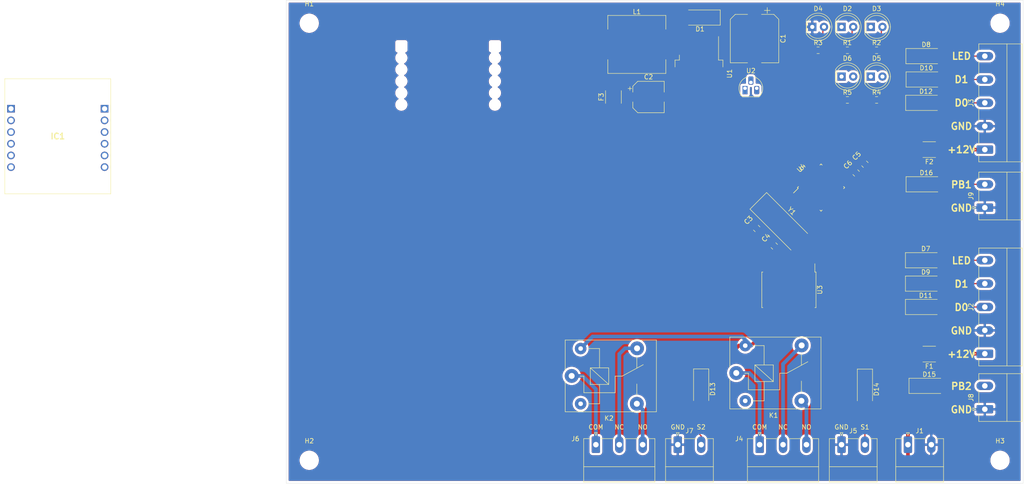
<source format=kicad_pcb>
(kicad_pcb (version 20171130) (host pcbnew "(5.1.10)-1")
  (layers (0 F.Cu signal) (31 B.Cu signal) (34 B.Paste user) (35 F.Paste user) (36 B.SilkS user) (37 F.SilkS user) (38 B.Mask user) (39 F.Mask user) (44 Edge.Cuts user))
  (net 0 "")
  (net 1 +12V)
  (net 2 GND)
  (net 3 +5V)
  (net 4 "Net-(D1-Pad1)")
  (net 5 "Net-(D2-Pad2)")
  (net 6 "Net-(D3-Pad2)")
  (net 7 "Net-(D4-Pad2)")
  (net 8 /O1)
  (net 9 "Net-(D5-Pad2)")
  (net 10 /O2)
  (net 11 "Net-(D6-Pad2)")
  (net 12 /LED_2)
  (net 13 /LED_1)
  (net 14 /D1_2)
  (net 15 /D1_1)
  (net 16 /D0_2)
  (net 17 /D0_1)
  (net 18 /S2)
  (net 19 /S1)
  (net 20 /PB2)
  (net 21 /PB1)
  (net 22 "Net-(F1-Pad1)")
  (net 23 "Net-(F2-Pad1)")
  (net 24 "Net-(IC1-PadA1)")
  (net 25 "Net-(IC1-PadA2)")
  (net 26 "Net-(IC1-PadA3)")
  (net 27 "Net-(IC1-PadA4)")
  (net 28 "Net-(IC1-PadA5)")
  (net 29 "Net-(IC1-PadA6)")
  (net 30 "Net-(IC1-PadB1)")
  (net 31 "Net-(IC1-PadB2)")
  (net 32 "Net-(IC1-PadB3)")
  (net 33 "Net-(IC1-PadB4)")
  (net 34 "Net-(IC1-PadB5)")
  (net 35 "Net-(IC1-PadB6)")
  (net 36 /NO_1)
  (net 37 /COM_1)
  (net 38 /NC_1)
  (net 39 /NC_2)
  (net 40 /COM_2)
  (net 41 /NO_2)
  (net 42 /LM35)
  (net 43 /Door1)
  (net 44 /Door2)
  (net 45 "Net-(U3-Pad3)")
  (net 46 "Net-(U3-Pad4)")
  (net 47 "Net-(U3-Pad5)")
  (net 48 "Net-(U3-Pad6)")
  (net 49 "Net-(U3-Pad7)")
  (net 50 "Net-(U3-Pad8)")
  (net 51 "Net-(U3-Pad11)")
  (net 52 "Net-(U3-Pad12)")
  (net 53 "Net-(U3-Pad13)")
  (net 54 "Net-(U3-Pad14)")
  (net 55 "Net-(U3-Pad15)")
  (net 56 "Net-(U3-Pad16)")
  (net 57 "Net-(U2-Pad3)")
  (net 58 /TXD)
  (net 59 /RXD)
  (net 60 /RESET)
  (net 61 /SCL)
  (net 62 /SDA)
  (net 63 "Net-(U4-Pad22)")
  (net 64 /LED_IN)
  (net 65 /LED_ACT)
  (net 66 "Net-(U4-Pad15)")
  (net 67 "Net-(U4-Pad14)")
  (net 68 /XTAL2)
  (net 69 /XTAL1)
  (net 70 "Net-(F3-Pad2)")
  (net 71 "Net-(F3-Pad1)")
  (module Crystal:Crystal_SMD_HC49-SD (layer F.Cu) (at 182.245 93.345 315)
    (fp_text reference Y1 (at 0 -3.55 135) (layer F.SilkS))
    (fp_text value Crystal)
    (pad 2 smd rect (at 4.25 0 315) (size 4.5 2) (layers F.Cu F.Paste F.Mask) (net 68 /XTAL2))
    (pad 1 smd rect (at -4.25 0 315) (size 4.5 2) (layers F.Cu F.Paste F.Mask) (net 69 /XTAL1))
  )
  (module Resistor_SMD:R_1812_4532Metric_Pad1.30x3.40mm_HandSolder (layer F.Cu) (at 146.05 66.04 90)
    (fp_text reference F3 (at 0 -2.65 90) (layer F.SilkS))
    (fp_text value MF-MSMF250/X)
    (pad 2 smd roundrect (at 2.225 0 90) (size 1.3 3.4) (layers F.Cu F.Paste F.Mask) (roundrect_rratio 0.192308) (net 70 "Net-(F3-Pad2)"))
    (pad 1 smd roundrect (at -2.225 0 90) (size 1.3 3.4) (layers F.Cu F.Paste F.Mask) (roundrect_rratio 0.192308) (net 71 "Net-(F3-Pad1)"))
  )
  (module Capacitor_SMD:C_0805_2012Metric_Pad1.18x1.45mm_HandSolder (layer F.Cu) (at 198.755 82.55 315)
    (fp_text reference C6 (at -2.54 0 225) (layer F.SilkS))
    (fp_text value 100nF)
    (pad 2 smd roundrect (at 1.0375 0 315) (size 1.175 1.45) (layers F.Cu F.Paste F.Mask) (roundrect_rratio 0.212766) (net 2 GND))
    (pad 1 smd roundrect (at -1.0375 0 315) (size 1.175 1.45) (layers F.Cu F.Paste F.Mask) (roundrect_rratio 0.212766) (net 3 +5V))
  )
  (module Capacitor_SMD:C_0805_2012Metric_Pad1.18x1.45mm_HandSolder (layer F.Cu) (at 200.66 80.645 315)
    (fp_text reference C5 (at -2.54 0 225) (layer F.SilkS))
    (fp_text value 10uF)
    (pad 2 smd roundrect (at 1.0375 0 315) (size 1.175 1.45) (layers F.Cu F.Paste F.Mask) (roundrect_rratio 0.212766) (net 2 GND))
    (pad 1 smd roundrect (at -1.0375 0 315) (size 1.175 1.45) (layers F.Cu F.Paste F.Mask) (roundrect_rratio 0.212766) (net 3 +5V))
  )
  (module Capacitor_SMD:C_0805_2012Metric_Pad1.18x1.45mm_HandSolder (layer F.Cu) (at 180.975 98.425 135)
    (fp_text reference C4 (at 2.54 0 225) (layer F.SilkS))
    (fp_text value 100nF)
    (pad 2 smd roundrect (at 1.0375 0 135) (size 1.175 1.45) (layers F.Cu F.Paste F.Mask) (roundrect_rratio 0.212766) (net 2 GND))
    (pad 1 smd roundrect (at -1.0375 0 135) (size 1.175 1.45) (layers F.Cu F.Paste F.Mask) (roundrect_rratio 0.212766) (net 68 /XTAL2))
  )
  (module Capacitor_SMD:C_0805_2012Metric_Pad1.18x1.45mm_HandSolder (layer F.Cu) (at 177.165 94.615 315)
    (fp_text reference C3 (at -2.54 0 225) (layer F.SilkS))
    (fp_text value 22pF)
    (pad 2 smd roundrect (at 1.0375 0 315) (size 1.175 1.45) (layers F.Cu F.Paste F.Mask) (roundrect_rratio 0.212766) (net 2 GND))
    (pad 1 smd roundrect (at -1.0375 0 315) (size 1.175 1.45) (layers F.Cu F.Paste F.Mask) (roundrect_rratio 0.212766) (net 69 /XTAL1))
  )
  (module Package_QFP:TQFP-32_7x7mm_P0.8mm (layer F.Cu) (at 191.135 85.725 45)
    (fp_text reference U4 (at 0 -6.05 45) (layer F.SilkS))
    (fp_text value ATmega328P-AU)
    (pad 32 smd rect (at -2.8 -4.25 135) (size 1.6 0.55) (layers F.Cu F.Paste F.Mask) (net 17 /D0_1))
    (pad 31 smd rect (at -2 -4.25 135) (size 1.6 0.55) (layers F.Cu F.Paste F.Mask) (net 58 /TXD))
    (pad 30 smd rect (at -1.2 -4.25 135) (size 1.6 0.55) (layers F.Cu F.Paste F.Mask) (net 59 /RXD))
    (pad 29 smd rect (at -0.4 -4.25 135) (size 1.6 0.55) (layers F.Cu F.Paste F.Mask) (net 60 /RESET))
    (pad 28 smd rect (at 0.4 -4.25 135) (size 1.6 0.55) (layers F.Cu F.Paste F.Mask) (net 61 /SCL))
    (pad 27 smd rect (at 1.2 -4.25 135) (size 1.6 0.55) (layers F.Cu F.Paste F.Mask) (net 62 /SDA))
    (pad 26 smd rect (at 2 -4.25 135) (size 1.6 0.55) (layers F.Cu F.Paste F.Mask) (net 18 /S2))
    (pad 25 smd rect (at 2.8 -4.25 135) (size 1.6 0.55) (layers F.Cu F.Paste F.Mask) (net 44 /Door2))
    (pad 24 smd rect (at 4.25 -2.8 45) (size 1.6 0.55) (layers F.Cu F.Paste F.Mask) (net 19 /S1))
    (pad 23 smd rect (at 4.25 -2 45) (size 1.6 0.55) (layers F.Cu F.Paste F.Mask) (net 43 /Door1))
    (pad 22 smd rect (at 4.25 -1.2 45) (size 1.6 0.55) (layers F.Cu F.Paste F.Mask) (net 63 "Net-(U4-Pad22)"))
    (pad 21 smd rect (at 4.25 -0.4 45) (size 1.6 0.55) (layers F.Cu F.Paste F.Mask) (net 2 GND))
    (pad 20 smd rect (at 4.25 0.4 45) (size 1.6 0.55) (layers F.Cu F.Paste F.Mask) (net 3 +5V))
    (pad 19 smd rect (at 4.25 1.2 45) (size 1.6 0.55) (layers F.Cu F.Paste F.Mask) (net 42 /LM35))
    (pad 18 smd rect (at 4.25 2 45) (size 1.6 0.55) (layers F.Cu F.Paste F.Mask) (net 3 +5V))
    (pad 17 smd rect (at 4.25 2.8 45) (size 1.6 0.55) (layers F.Cu F.Paste F.Mask) (net 64 /LED_IN))
    (pad 16 smd rect (at 2.8 4.25 135) (size 1.6 0.55) (layers F.Cu F.Paste F.Mask) (net 65 /LED_ACT))
    (pad 15 smd rect (at 2 4.25 135) (size 1.6 0.55) (layers F.Cu F.Paste F.Mask) (net 66 "Net-(U4-Pad15)"))
    (pad 14 smd rect (at 1.2 4.25 135) (size 1.6 0.55) (layers F.Cu F.Paste F.Mask) (net 67 "Net-(U4-Pad14)"))
    (pad 13 smd rect (at 0.4 4.25 135) (size 1.6 0.55) (layers F.Cu F.Paste F.Mask) (net 12 /LED_2))
    (pad 12 smd rect (at -0.4 4.25 135) (size 1.6 0.55) (layers F.Cu F.Paste F.Mask) (net 13 /LED_1))
    (pad 11 smd rect (at -1.2 4.25 135) (size 1.6 0.55) (layers F.Cu F.Paste F.Mask) (net 20 /PB2))
    (pad 10 smd rect (at -2 4.25 135) (size 1.6 0.55) (layers F.Cu F.Paste F.Mask) (net 21 /PB1))
    (pad 9 smd rect (at -2.8 4.25 135) (size 1.6 0.55) (layers F.Cu F.Paste F.Mask) (net 14 /D1_2))
    (pad 8 smd rect (at -4.25 2.8 45) (size 1.6 0.55) (layers F.Cu F.Paste F.Mask) (net 68 /XTAL2))
    (pad 7 smd rect (at -4.25 2 45) (size 1.6 0.55) (layers F.Cu F.Paste F.Mask) (net 69 /XTAL1))
    (pad 6 smd rect (at -4.25 1.2 45) (size 1.6 0.55) (layers F.Cu F.Paste F.Mask) (net 3 +5V))
    (pad 5 smd rect (at -4.25 0.4 45) (size 1.6 0.55) (layers F.Cu F.Paste F.Mask) (net 2 GND))
    (pad 4 smd rect (at -4.25 -0.4 45) (size 1.6 0.55) (layers F.Cu F.Paste F.Mask) (net 3 +5V))
    (pad 3 smd rect (at -4.25 -1.2 45) (size 1.6 0.55) (layers F.Cu F.Paste F.Mask) (net 2 GND))
    (pad 2 smd rect (at -4.25 -2 45) (size 1.6 0.55) (layers F.Cu F.Paste F.Mask) (net 16 /D0_2))
    (pad 1 smd rect (at -4.25 -2.8 45) (size 1.6 0.55) (layers F.Cu F.Paste F.Mask) (net 15 /D1_1))
  )
  (module Diode_SMD:D_SMA_Handsoldering (layer F.Cu) (at 164.846 48.768 180)
    (fp_text reference D1 (at 0 -2.5) (layer F.SilkS))
    (fp_text value SS34)
    (pad 2 smd rect (at 2.5 0 180) (size 3.5 1.8) (layers F.Cu F.Paste F.Mask) (net 2 GND))
    (pad 1 smd rect (at -2.5 0 180) (size 3.5 1.8) (layers F.Cu F.Paste F.Mask) (net 4 "Net-(D1-Pad1)"))
  )
  (module MountingHole:MountingHole_3.2mm_M3 (layer F.Cu) (at 230 50)
    (fp_text reference H4 (at 0 -4.2) (layer F.SilkS))
    (fp_text value MountingHole)
    (pad 1 np_thru_hole circle (at 0 0) (size 3.2 3.2) (drill 3.2) (layers *.Cu *.Mask))
  )
  (module MountingHole:MountingHole_3.2mm_M3 (layer F.Cu) (at 230 145)
    (fp_text reference H3 (at 0 -4.2) (layer F.SilkS))
    (fp_text value MountingHole)
    (pad 1 np_thru_hole circle (at 0 0) (size 3.2 3.2) (drill 3.2) (layers *.Cu *.Mask))
  )
  (module MountingHole:MountingHole_3.2mm_M3 (layer F.Cu) (at 80 145)
    (fp_text reference H2 (at 0 -4.2) (layer F.SilkS))
    (fp_text value MountingHole)
    (pad 1 np_thru_hole circle (at 0 0) (size 3.2 3.2) (drill 3.2) (layers *.Cu *.Mask))
  )
  (module MountingHole:MountingHole_3.2mm_M3 (layer F.Cu) (at 80 50)
    (fp_text reference H1 (at 0 -4.2) (layer F.SilkS))
    (fp_text value MountingHole)
    (pad 1 np_thru_hole circle (at 0 0) (size 3.2 3.2) (drill 3.2) (layers *.Cu *.Mask))
  )
  (module Capacitor_SMD:CP_Elec_10x10 (layer F.Cu) (at 176.69 53.34 270)
    (fp_text reference C1 (at 0 -6.2 90) (layer F.SilkS))
    (fp_text value 470uF/25V)
    (pad 2 smd roundrect (at 4 0 270) (size 4 2.5) (layers F.Cu F.Paste F.Mask) (roundrect_rratio 0.1) (net 2 GND))
    (pad 1 smd roundrect (at -4 0 270) (size 4 2.5) (layers F.Cu F.Paste F.Mask) (roundrect_rratio 0.1) (net 1 +12V))
  )
  (module Capacitor_SMD:CP_Elec_6.3x7.7 (layer F.Cu) (at 153.67 66.04)
    (fp_text reference C2 (at 0 -4.35) (layer F.SilkS))
    (fp_text value 220uF/15V)
    (pad 2 smd roundrect (at 2.7 0) (size 3.5 1.6) (layers F.Cu F.Paste F.Mask) (roundrect_rratio 0.15625) (net 2 GND))
    (pad 1 smd roundrect (at -2.7 0) (size 3.5 1.6) (layers F.Cu F.Paste F.Mask) (roundrect_rratio 0.15625) (net 3 +5V))
  )
  (module LED_THT:LED_D5.0mm (layer F.Cu) (at 195.58 50.8)
    (fp_text reference D2 (at 1.27 -3.96) (layer F.SilkS))
    (fp_text value LED_Activity)
    (pad 2 thru_hole circle (at 2.54 0) (size 1.8 1.8) (drill 0.9) (layers *.Cu *.Mask) (net 5 "Net-(D2-Pad2)"))
    (pad 1 thru_hole rect (at 0 0) (size 1.8 1.8) (drill 0.9) (layers *.Cu *.Mask) (net 65 /LED_ACT))
  )
  (module LED_THT:LED_D5.0mm (layer F.Cu) (at 201.93 50.8)
    (fp_text reference D3 (at 1.27 -3.96) (layer F.SilkS))
    (fp_text value LED_Input)
    (pad 2 thru_hole circle (at 2.54 0) (size 1.8 1.8) (drill 0.9) (layers *.Cu *.Mask) (net 6 "Net-(D3-Pad2)"))
    (pad 1 thru_hole rect (at 0 0) (size 1.8 1.8) (drill 0.9) (layers *.Cu *.Mask) (net 64 /LED_IN))
  )
  (module LED_THT:LED_D5.0mm (layer F.Cu) (at 189.23 50.8)
    (fp_text reference D4 (at 1.27 -3.96) (layer F.SilkS))
    (fp_text value LED_Power)
    (pad 2 thru_hole circle (at 2.54 0) (size 1.8 1.8) (drill 0.9) (layers *.Cu *.Mask) (net 7 "Net-(D4-Pad2)"))
    (pad 1 thru_hole rect (at 0 0) (size 1.8 1.8) (drill 0.9) (layers *.Cu *.Mask) (net 2 GND))
  )
  (module LED_THT:LED_D5.0mm (layer F.Cu) (at 201.93 61.595)
    (fp_text reference D5 (at 1.27 -3.96) (layer F.SilkS))
    (fp_text value LED_Door1)
    (pad 2 thru_hole circle (at 2.54 0) (size 1.8 1.8) (drill 0.9) (layers *.Cu *.Mask) (net 9 "Net-(D5-Pad2)"))
    (pad 1 thru_hole rect (at 0 0) (size 1.8 1.8) (drill 0.9) (layers *.Cu *.Mask) (net 19 /S1))
  )
  (module LED_THT:LED_D5.0mm (layer F.Cu) (at 195.58 61.595)
    (fp_text reference D6 (at 1.27 -3.96) (layer F.SilkS))
    (fp_text value LED_Door2)
    (pad 2 thru_hole circle (at 2.54 0) (size 1.8 1.8) (drill 0.9) (layers *.Cu *.Mask) (net 11 "Net-(D6-Pad2)"))
    (pad 1 thru_hole rect (at 0 0) (size 1.8 1.8) (drill 0.9) (layers *.Cu *.Mask) (net 18 /S2))
  )
  (module Diode_SMD:D_SMA_Handsoldering (layer F.Cu) (at 213.861 101.52)
    (fp_text reference D7 (at 0 -2.5) (layer F.SilkS))
    (fp_text value D_TVS)
    (pad 2 smd rect (at 2.5 0) (size 3.5 1.8) (layers F.Cu F.Paste F.Mask) (net 2 GND))
    (pad 1 smd rect (at -2.5 0) (size 3.5 1.8) (layers F.Cu F.Paste F.Mask) (net 12 /LED_2))
  )
  (module Diode_SMD:D_SMA_Handsoldering (layer F.Cu) (at 213.955 57.15)
    (fp_text reference D8 (at 0 -2.5) (layer F.SilkS))
    (fp_text value D_TVS)
    (pad 2 smd rect (at 2.5 0) (size 3.5 1.8) (layers F.Cu F.Paste F.Mask) (net 2 GND))
    (pad 1 smd rect (at -2.5 0) (size 3.5 1.8) (layers F.Cu F.Paste F.Mask) (net 13 /LED_1))
  )
  (module Diode_SMD:D_SMA_Handsoldering (layer F.Cu) (at 213.861 106.6)
    (fp_text reference D9 (at 0 -2.5) (layer F.SilkS))
    (fp_text value D_TVS)
    (pad 2 smd rect (at 2.5 0) (size 3.5 1.8) (layers F.Cu F.Paste F.Mask) (net 2 GND))
    (pad 1 smd rect (at -2.5 0) (size 3.5 1.8) (layers F.Cu F.Paste F.Mask) (net 14 /D1_2))
  )
  (module Diode_SMD:D_SMA_Handsoldering (layer F.Cu) (at 213.995 62.23)
    (fp_text reference D10 (at 0 -2.5) (layer F.SilkS))
    (fp_text value D_TVS)
    (pad 2 smd rect (at 2.5 0) (size 3.5 1.8) (layers F.Cu F.Paste F.Mask) (net 2 GND))
    (pad 1 smd rect (at -2.5 0) (size 3.5 1.8) (layers F.Cu F.Paste F.Mask) (net 15 /D1_1))
  )
  (module Diode_SMD:D_SMA_Handsoldering (layer F.Cu) (at 213.861 111.68)
    (fp_text reference D11 (at 0 -2.5) (layer F.SilkS))
    (fp_text value D_TVS)
    (pad 2 smd rect (at 2.5 0) (size 3.5 1.8) (layers F.Cu F.Paste F.Mask) (net 2 GND))
    (pad 1 smd rect (at -2.5 0) (size 3.5 1.8) (layers F.Cu F.Paste F.Mask) (net 16 /D0_2))
  )
  (module Diode_SMD:D_SMA_Handsoldering (layer F.Cu) (at 213.908 67.31)
    (fp_text reference D12 (at 0 -2.5) (layer F.SilkS))
    (fp_text value D_TVS)
    (pad 2 smd rect (at 2.5 0) (size 3.5 1.8) (layers F.Cu F.Paste F.Mask) (net 2 GND))
    (pad 1 smd rect (at -2.5 0) (size 3.5 1.8) (layers F.Cu F.Paste F.Mask) (net 17 /D0_1))
  )
  (module Diode_SMD:D_SMA_Handsoldering (layer F.Cu) (at 165.1 129.54 270)
    (fp_text reference D13 (at 0 -2.5 90) (layer F.SilkS))
    (fp_text value D_TVS)
    (pad 2 smd rect (at 2.5 0 270) (size 3.5 1.8) (layers F.Cu F.Paste F.Mask) (net 2 GND))
    (pad 1 smd rect (at -2.5 0 270) (size 3.5 1.8) (layers F.Cu F.Paste F.Mask) (net 18 /S2))
  )
  (module Diode_SMD:D_SMA_Handsoldering (layer F.Cu) (at 200.66 129.58 270)
    (fp_text reference D14 (at 0 -2.5 90) (layer F.SilkS))
    (fp_text value D_TVS)
    (pad 2 smd rect (at 2.5 0 270) (size 3.5 1.8) (layers F.Cu F.Paste F.Mask) (net 2 GND))
    (pad 1 smd rect (at -2.5 0 270) (size 3.5 1.8) (layers F.Cu F.Paste F.Mask) (net 19 /S1))
  )
  (module Diode_SMD:D_SMA_Handsoldering (layer F.Cu) (at 214.63 128.825)
    (fp_text reference D15 (at 0 -2.5) (layer F.SilkS))
    (fp_text value D_TVS)
    (pad 2 smd rect (at 2.5 0) (size 3.5 1.8) (layers F.Cu F.Paste F.Mask) (net 2 GND))
    (pad 1 smd rect (at -2.5 0) (size 3.5 1.8) (layers F.Cu F.Paste F.Mask) (net 20 /PB2))
  )
  (module Diode_SMD:D_SMA_Handsoldering (layer F.Cu) (at 213.995 85.01)
    (fp_text reference D16 (at 0 -2.5) (layer F.SilkS))
    (fp_text value D_TVS)
    (pad 2 smd rect (at 2.5 0) (size 3.5 1.8) (layers F.Cu F.Paste F.Mask) (net 2 GND))
    (pad 1 smd rect (at -2.5 0) (size 3.5 1.8) (layers F.Cu F.Paste F.Mask) (net 21 /PB1))
  )
  (module Resistor_SMD:R_1812_4532Metric_Pad1.30x3.40mm_HandSolder (layer F.Cu) (at 214.63 121.92 180)
    (fp_text reference F1 (at 0 -2.65) (layer F.SilkS))
    (fp_text value Polyfuse)
    (pad 2 smd roundrect (at 2.225 0 180) (size 1.3 3.4) (layers F.Cu F.Paste F.Mask) (roundrect_rratio 0.192308) (net 1 +12V))
    (pad 1 smd roundrect (at -2.225 0 180) (size 1.3 3.4) (layers F.Cu F.Paste F.Mask) (roundrect_rratio 0.192308) (net 22 "Net-(F1-Pad1)"))
  )
  (module Resistor_SMD:R_1812_4532Metric_Pad1.30x3.40mm_HandSolder (layer F.Cu) (at 214.63 77.47 180)
    (fp_text reference F2 (at 0 -2.65) (layer F.SilkS))
    (fp_text value Polyfuse)
    (pad 2 smd roundrect (at 2.225 0 180) (size 1.3 3.4) (layers F.Cu F.Paste F.Mask) (roundrect_rratio 0.192308) (net 1 +12V))
    (pad 1 smd roundrect (at -2.225 0 180) (size 1.3 3.4) (layers F.Cu F.Paste F.Mask) (roundrect_rratio 0.192308) (net 23 "Net-(F2-Pad1)"))
  )
  (module user-libraries:USRES1 (layer F.Cu) (at 15.24 68.58)
    (fp_text reference IC1 (at 10.16 6) (layer F.SilkS) (effects (font (size 1.27 1.27) (thickness 0.254))))
    (fp_text value USR-ES1 hide)
    (pad B6 thru_hole circle (at 20.32 12.7) (size 1.665 1.665) (drill 1.11) (layers *.Cu *.Mask) (net 35 "Net-(IC1-PadB6)"))
    (pad B5 thru_hole circle (at 20.32 10.16) (size 1.665 1.665) (drill 1.11) (layers *.Cu *.Mask) (net 34 "Net-(IC1-PadB5)"))
    (pad B4 thru_hole circle (at 20.32 7.62) (size 1.665 1.665) (drill 1.11) (layers *.Cu *.Mask) (net 33 "Net-(IC1-PadB4)"))
    (pad B3 thru_hole circle (at 20.32 5.08) (size 1.665 1.665) (drill 1.11) (layers *.Cu *.Mask) (net 32 "Net-(IC1-PadB3)"))
    (pad B2 thru_hole circle (at 20.32 2.54) (size 1.665 1.665) (drill 1.11) (layers *.Cu *.Mask) (net 31 "Net-(IC1-PadB2)"))
    (pad B1 thru_hole rect (at 20.32 0) (size 1.665 1.665) (drill 1.11) (layers *.Cu *.Mask) (net 30 "Net-(IC1-PadB1)"))
    (pad A6 thru_hole circle (at 0 12.7) (size 1.665 1.665) (drill 1.11) (layers *.Cu *.Mask) (net 29 "Net-(IC1-PadA6)"))
    (pad A5 thru_hole circle (at 0 10.16) (size 1.665 1.665) (drill 1.11) (layers *.Cu *.Mask) (net 28 "Net-(IC1-PadA5)"))
    (pad A4 thru_hole circle (at 0 7.62) (size 1.665 1.665) (drill 1.11) (layers *.Cu *.Mask) (net 27 "Net-(IC1-PadA4)"))
    (pad A3 thru_hole circle (at 0 5.08) (size 1.665 1.665) (drill 1.11) (layers *.Cu *.Mask) (net 26 "Net-(IC1-PadA3)"))
    (pad A2 thru_hole circle (at 0 2.54) (size 1.665 1.665) (drill 1.11) (layers *.Cu *.Mask) (net 25 "Net-(IC1-PadA2)"))
    (pad A1 thru_hole rect (at 0 0) (size 1.665 1.665) (drill 1.11) (layers *.Cu *.Mask) (net 24 "Net-(IC1-PadA1)"))
  )
  (module Connector_Phoenix_MC_HighVoltage:PhoenixContact_MC_1,5_2-G-5.08_1x02_P5.08mm_Horizontal (layer F.Cu) (at 210 141.605)
    (fp_text reference J1 (at 2.54 -3) (layer F.SilkS))
    (fp_text value Power)
    (pad 2 thru_hole oval (at 5.08 0) (size 1.8 3.6) (drill 1.2) (layers *.Cu *.Mask) (net 2 GND))
    (pad 1 thru_hole roundrect (at 0 0) (size 1.8 3.6) (drill 1.2) (layers *.Cu *.Mask) (roundrect_rratio 0.138889) (net 1 +12V))
  )
  (module Connector_Phoenix_MC_HighVoltage:PhoenixContact_MC_1,5_5-G-5.08_1x05_P5.08mm_Horizontal (layer F.Cu) (at 226.695 121.84 90)
    (fp_text reference J2 (at 10.16 -3 90) (layer F.SilkS))
    (fp_text value "Reader 2")
    (pad 5 thru_hole oval (at 20.32 0 90) (size 1.8 3.6) (drill 1.2) (layers *.Cu *.Mask) (net 12 /LED_2))
    (pad 4 thru_hole oval (at 15.24 0 90) (size 1.8 3.6) (drill 1.2) (layers *.Cu *.Mask) (net 14 /D1_2))
    (pad 3 thru_hole oval (at 10.16 0 90) (size 1.8 3.6) (drill 1.2) (layers *.Cu *.Mask) (net 16 /D0_2))
    (pad 2 thru_hole oval (at 5.08 0 90) (size 1.8 3.6) (drill 1.2) (layers *.Cu *.Mask) (net 2 GND))
    (pad 1 thru_hole roundrect (at 0 0 90) (size 1.8 3.6) (drill 1.2) (layers *.Cu *.Mask) (roundrect_rratio 0.138889) (net 22 "Net-(F1-Pad1)"))
  )
  (module Connector_Phoenix_MC_HighVoltage:PhoenixContact_MC_1,5_5-G-5.08_1x05_P5.08mm_Horizontal (layer F.Cu) (at 226.695 77.47 90)
    (fp_text reference J3 (at 10.16 -3 90) (layer F.SilkS))
    (fp_text value "Reader 1")
    (pad 5 thru_hole oval (at 20.32 0 90) (size 1.8 3.6) (drill 1.2) (layers *.Cu *.Mask) (net 13 /LED_1))
    (pad 4 thru_hole oval (at 15.24 0 90) (size 1.8 3.6) (drill 1.2) (layers *.Cu *.Mask) (net 15 /D1_1))
    (pad 3 thru_hole oval (at 10.16 0 90) (size 1.8 3.6) (drill 1.2) (layers *.Cu *.Mask) (net 17 /D0_1))
    (pad 2 thru_hole oval (at 5.08 0 90) (size 1.8 3.6) (drill 1.2) (layers *.Cu *.Mask) (net 2 GND))
    (pad 1 thru_hole roundrect (at 0 0 90) (size 1.8 3.6) (drill 1.2) (layers *.Cu *.Mask) (roundrect_rratio 0.138889) (net 23 "Net-(F2-Pad1)"))
  )
  (module Connector_Phoenix_MC_HighVoltage:PhoenixContact_MC_1,5_3-G-5.08_1x03_P5.08mm_Horizontal (layer F.Cu) (at 177.8 141.605)
    (fp_text reference J4 (at -4.445 -1.27) (layer F.SilkS))
    (fp_text value "Relay 1")
    (pad 3 thru_hole oval (at 10.16 0) (size 1.8 3.6) (drill 1.2) (layers *.Cu *.Mask) (net 36 /NO_1))
    (pad 2 thru_hole oval (at 5.08 0) (size 1.8 3.6) (drill 1.2) (layers *.Cu *.Mask) (net 38 /NC_1))
    (pad 1 thru_hole roundrect (at 0 0) (size 1.8 3.6) (drill 1.2) (layers *.Cu *.Mask) (roundrect_rratio 0.138889) (net 37 /COM_1))
  )
  (module Connector_Phoenix_MC_HighVoltage:PhoenixContact_MC_1,5_2-G-5.08_1x02_P5.08mm_Horizontal (layer F.Cu) (at 195.58 141.605)
    (fp_text reference J5 (at 2.54 -3) (layer F.SilkS))
    (fp_text value "Sensor 1")
    (pad 2 thru_hole oval (at 5.08 0) (size 1.8 3.6) (drill 1.2) (layers *.Cu *.Mask) (net 19 /S1))
    (pad 1 thru_hole roundrect (at 0 0) (size 1.8 3.6) (drill 1.2) (layers *.Cu *.Mask) (roundrect_rratio 0.138889) (net 2 GND))
  )
  (module Connector_Phoenix_MC_HighVoltage:PhoenixContact_MC_1,5_3-G-5.08_1x03_P5.08mm_Horizontal (layer F.Cu) (at 142.24 141.605)
    (fp_text reference J6 (at -4.445 -1.27) (layer F.SilkS))
    (fp_text value "Relay 2")
    (pad 3 thru_hole oval (at 10.16 0) (size 1.8 3.6) (drill 1.2) (layers *.Cu *.Mask) (net 41 /NO_2))
    (pad 2 thru_hole oval (at 5.08 0) (size 1.8 3.6) (drill 1.2) (layers *.Cu *.Mask) (net 39 /NC_2))
    (pad 1 thru_hole roundrect (at 0 0) (size 1.8 3.6) (drill 1.2) (layers *.Cu *.Mask) (roundrect_rratio 0.138889) (net 40 /COM_2))
  )
  (module Connector_Phoenix_MC_HighVoltage:PhoenixContact_MC_1,5_2-G-5.08_1x02_P5.08mm_Horizontal (layer F.Cu) (at 160.02 141.605)
    (fp_text reference J7 (at 2.54 -3) (layer F.SilkS))
    (fp_text value "Sensor 2")
    (pad 2 thru_hole oval (at 5.08 0) (size 1.8 3.6) (drill 1.2) (layers *.Cu *.Mask) (net 18 /S2))
    (pad 1 thru_hole roundrect (at 0 0) (size 1.8 3.6) (drill 1.2) (layers *.Cu *.Mask) (roundrect_rratio 0.138889) (net 2 GND))
  )
  (module Connector_Phoenix_MC_HighVoltage:PhoenixContact_MC_1,5_2-G-5.08_1x02_P5.08mm_Horizontal (layer F.Cu) (at 226.695 133.905 90)
    (fp_text reference J8 (at 2.54 -3 90) (layer F.SilkS))
    (fp_text value PB2)
    (pad 2 thru_hole oval (at 5.08 0 90) (size 1.8 3.6) (drill 1.2) (layers *.Cu *.Mask) (net 20 /PB2))
    (pad 1 thru_hole roundrect (at 0 0 90) (size 1.8 3.6) (drill 1.2) (layers *.Cu *.Mask) (roundrect_rratio 0.138889) (net 2 GND))
  )
  (module Connector_Phoenix_MC_HighVoltage:PhoenixContact_MC_1,5_2-G-5.08_1x02_P5.08mm_Horizontal (layer F.Cu) (at 226.695 90.09 90)
    (fp_text reference J9 (at 2.54 -3 90) (layer F.SilkS))
    (fp_text value PB1)
    (pad 2 thru_hole oval (at 5.08 0 90) (size 1.8 3.6) (drill 1.2) (layers *.Cu *.Mask) (net 21 /PB1))
    (pad 1 thru_hole roundrect (at 0 0 90) (size 1.8 3.6) (drill 1.2) (layers *.Cu *.Mask) (roundrect_rratio 0.138889) (net 2 GND))
  )
  (module Relay_THT:Relay_SPDT_SANYOU_SRD_Series_Form_C (layer F.Cu) (at 172.72 126.03)
    (fp_text reference K1 (at 8.1 9.2) (layer F.SilkS))
    (fp_text value SANYOU_SRD_Form_C)
    (pad 1 thru_hole circle (at 0 0 90) (size 3 3) (drill 1.3) (layers *.Cu *.Mask) (net 37 /COM_1))
    (pad 5 thru_hole circle (at 1.95 -5.95 90) (size 2.5 2.5) (drill 1) (layers *.Cu *.Mask) (net 1 +12V))
    (pad 4 thru_hole circle (at 14.2 -6 90) (size 3 3) (drill 1.3) (layers *.Cu *.Mask) (net 38 /NC_1))
    (pad 3 thru_hole circle (at 14.15 6.05 90) (size 3 3) (drill 1.3) (layers *.Cu *.Mask) (net 36 /NO_1))
    (pad 2 thru_hole circle (at 1.95 6.05 90) (size 2.5 2.5) (drill 1) (layers *.Cu *.Mask) (net 8 /O1))
  )
  (module Relay_THT:Relay_SPDT_SANYOU_SRD_Series_Form_C (layer F.Cu) (at 136.98 126.665)
    (fp_text reference K2 (at 8.1 9.2) (layer F.SilkS))
    (fp_text value SANYOU_SRD_Form_C)
    (pad 1 thru_hole circle (at 0 0 90) (size 3 3) (drill 1.3) (layers *.Cu *.Mask) (net 40 /COM_2))
    (pad 5 thru_hole circle (at 1.95 -5.95 90) (size 2.5 2.5) (drill 1) (layers *.Cu *.Mask) (net 1 +12V))
    (pad 4 thru_hole circle (at 14.2 -6 90) (size 3 3) (drill 1.3) (layers *.Cu *.Mask) (net 39 /NC_2))
    (pad 3 thru_hole circle (at 14.15 6.05 90) (size 3 3) (drill 1.3) (layers *.Cu *.Mask) (net 41 /NO_2))
    (pad 2 thru_hole circle (at 1.95 6.05 90) (size 2.5 2.5) (drill 1) (layers *.Cu *.Mask) (net 10 /O2))
  )
  (module Inductor_SMD:L_12x12mm_H6mm (layer F.Cu) (at 151.13 54.61)
    (fp_text reference L1 (at 0 -7.1) (layer F.SilkS))
    (fp_text value 68uH)
    (pad 2 smd rect (at 4.95 0) (size 2.9 5.4) (layers F.Cu F.Paste F.Mask) (net 4 "Net-(D1-Pad1)"))
    (pad 1 smd rect (at -4.95 0) (size 2.9 5.4) (layers F.Cu F.Paste F.Mask) (net 3 +5V))
  )
  (module Resistor_SMD:R_0805_2012Metric_Pad1.15x1.40mm_HandSolder (layer F.Cu) (at 196.85 55.88)
    (fp_text reference R1 (at 0 -1.65) (layer F.SilkS))
    (fp_text value R)
    (pad 2 smd roundrect (at 1.025 0) (size 1.15 1.4) (layers F.Cu F.Paste F.Mask) (roundrect_rratio 0.217391) (net 5 "Net-(D2-Pad2)"))
    (pad 1 smd roundrect (at -1.025 0) (size 1.15 1.4) (layers F.Cu F.Paste F.Mask) (roundrect_rratio 0.217391) (net 3 +5V))
  )
  (module Resistor_SMD:R_0805_2012Metric_Pad1.15x1.40mm_HandSolder (layer F.Cu) (at 203.2 55.88)
    (fp_text reference R2 (at 0 -1.65) (layer F.SilkS))
    (fp_text value R)
    (pad 2 smd roundrect (at 1.025 0) (size 1.15 1.4) (layers F.Cu F.Paste F.Mask) (roundrect_rratio 0.217391) (net 6 "Net-(D3-Pad2)"))
    (pad 1 smd roundrect (at -1.025 0) (size 1.15 1.4) (layers F.Cu F.Paste F.Mask) (roundrect_rratio 0.217391) (net 3 +5V))
  )
  (module Resistor_SMD:R_0805_2012Metric_Pad1.15x1.40mm_HandSolder (layer F.Cu) (at 190.5 55.88)
    (fp_text reference R3 (at 0 -1.65) (layer F.SilkS))
    (fp_text value R)
    (pad 2 smd roundrect (at 1.025 0) (size 1.15 1.4) (layers F.Cu F.Paste F.Mask) (roundrect_rratio 0.217391) (net 7 "Net-(D4-Pad2)"))
    (pad 1 smd roundrect (at -1.025 0) (size 1.15 1.4) (layers F.Cu F.Paste F.Mask) (roundrect_rratio 0.217391) (net 1 +12V))
  )
  (module Resistor_SMD:R_0805_2012Metric_Pad1.15x1.40mm_HandSolder (layer F.Cu) (at 203.2 66.675)
    (fp_text reference R4 (at 0 -1.65) (layer F.SilkS))
    (fp_text value R)
    (pad 2 smd roundrect (at 1.025 0) (size 1.15 1.4) (layers F.Cu F.Paste F.Mask) (roundrect_rratio 0.217391) (net 9 "Net-(D5-Pad2)"))
    (pad 1 smd roundrect (at -1.025 0) (size 1.15 1.4) (layers F.Cu F.Paste F.Mask) (roundrect_rratio 0.217391) (net 3 +5V))
  )
  (module Resistor_SMD:R_0805_2012Metric_Pad1.15x1.40mm_HandSolder (layer F.Cu) (at 196.85 66.675)
    (fp_text reference R5 (at 0 -1.65) (layer F.SilkS))
    (fp_text value R)
    (pad 2 smd roundrect (at 1.025 0) (size 1.15 1.4) (layers F.Cu F.Paste F.Mask) (roundrect_rratio 0.217391) (net 11 "Net-(D6-Pad2)"))
    (pad 1 smd roundrect (at -1.025 0) (size 1.15 1.4) (layers F.Cu F.Paste F.Mask) (roundrect_rratio 0.217391) (net 3 +5V))
  )
  (module Package_TO_SOT_SMD:TO-263-5_TabPin3 (layer F.Cu) (at 164.625 60.96 270)
    (fp_text reference U1 (at 0 -6.65 90) (layer F.SilkS))
    (fp_text value LM2596S-5)
    (pad 3 smd rect (at 3.375 0 270) (size 9.4 10.8) (layers F.Cu F.Mask) (net 2 GND))
    (pad 5 smd rect (at -5.775 3.4 270) (size 4.6 1.1) (layers F.Cu F.Paste F.Mask) (net 2 GND))
    (pad 4 smd rect (at -5.775 1.7 270) (size 4.6 1.1) (layers F.Cu F.Paste F.Mask) (net 3 +5V))
    (pad 3 smd rect (at -5.775 0 270) (size 4.6 1.1) (layers F.Cu F.Paste F.Mask) (net 2 GND))
    (pad 2 smd rect (at -5.775 -1.7 270) (size 4.6 1.1) (layers F.Cu F.Paste F.Mask) (net 4 "Net-(D1-Pad1)"))
    (pad 1 smd rect (at -5.775 -3.4 270) (size 4.6 1.1) (layers F.Cu F.Paste F.Mask) (net 1 +12V))
  )
  (module Package_TO_SOT_THT:TO-92_HandSolder (layer F.Cu) (at 174.625 64.135)
    (fp_text reference U2 (at 1.27 -3.81) (layer F.SilkS))
    (fp_text value LM35-LP)
    (pad 1 thru_hole rect (at 0 0) (size 1.1 1.8) (drill 0.75 (offset 0 0.4)) (layers *.Cu *.Mask) (net 3 +5V))
    (pad 3 thru_hole roundrect (at 2.54 0) (size 1.1 1.8) (drill 0.75 (offset 0 0.4)) (layers *.Cu *.Mask) (net 57 "Net-(U2-Pad3)"))
    (pad 2 thru_hole roundrect (at 1.27 -1.27) (size 1.1 1.8) (drill 0.75 (offset 0 -0.4)) (layers *.Cu *.Mask) (net 42 /LM35))
  )
  (module Package_SO:SOIC-18W_7.5x11.6mm_P1.27mm (layer F.Cu) (at 184.15 107.95 270)
    (fp_text reference U3 (at 0 -6.72 90) (layer F.SilkS))
    (fp_text value ULN2803A)
    (pad 18 smd roundrect (at 4.65 -5.08 270) (size 2.05 0.6) (layers F.Cu F.Paste F.Mask) (net 8 /O1))
    (pad 17 smd roundrect (at 4.65 -3.81 270) (size 2.05 0.6) (layers F.Cu F.Paste F.Mask) (net 10 /O2))
    (pad 16 smd roundrect (at 4.65 -2.54 270) (size 2.05 0.6) (layers F.Cu F.Paste F.Mask) (net 56 "Net-(U3-Pad16)"))
    (pad 15 smd roundrect (at 4.65 -1.27 270) (size 2.05 0.6) (layers F.Cu F.Paste F.Mask) (net 55 "Net-(U3-Pad15)"))
    (pad 14 smd roundrect (at 4.65 0 270) (size 2.05 0.6) (layers F.Cu F.Paste F.Mask) (net 54 "Net-(U3-Pad14)"))
    (pad 13 smd roundrect (at 4.65 1.27 270) (size 2.05 0.6) (layers F.Cu F.Paste F.Mask) (net 53 "Net-(U3-Pad13)"))
    (pad 12 smd roundrect (at 4.65 2.54 270) (size 2.05 0.6) (layers F.Cu F.Paste F.Mask) (net 52 "Net-(U3-Pad12)"))
    (pad 11 smd roundrect (at 4.65 3.81 270) (size 2.05 0.6) (layers F.Cu F.Paste F.Mask) (net 51 "Net-(U3-Pad11)"))
    (pad 10 smd roundrect (at 4.65 5.08 270) (size 2.05 0.6) (layers F.Cu F.Paste F.Mask) (net 1 +12V))
    (pad 9 smd roundrect (at -4.65 5.08 270) (size 2.05 0.6) (layers F.Cu F.Paste F.Mask) (net 2 GND))
    (pad 8 smd roundrect (at -4.65 3.81 270) (size 2.05 0.6) (layers F.Cu F.Paste F.Mask) (net 50 "Net-(U3-Pad8)"))
    (pad 7 smd roundrect (at -4.65 2.54 270) (size 2.05 0.6) (layers F.Cu F.Paste F.Mask) (net 49 "Net-(U3-Pad7)"))
    (pad 6 smd roundrect (at -4.65 1.27 270) (size 2.05 0.6) (layers F.Cu F.Paste F.Mask) (net 48 "Net-(U3-Pad6)"))
    (pad 5 smd roundrect (at -4.65 0 270) (size 2.05 0.6) (layers F.Cu F.Paste F.Mask) (net 47 "Net-(U3-Pad5)"))
    (pad 4 smd roundrect (at -4.65 -1.27 270) (size 2.05 0.6) (layers F.Cu F.Paste F.Mask) (net 46 "Net-(U3-Pad4)"))
    (pad 3 smd roundrect (at -4.65 -2.54 270) (size 2.05 0.6) (layers F.Cu F.Paste F.Mask) (net 45 "Net-(U3-Pad3)"))
    (pad 2 smd roundrect (at -4.65 -3.81 270) (size 2.05 0.6) (layers F.Cu F.Paste F.Mask) (net 44 /Door2))
    (pad 1 smd roundrect (at -4.65 -5.08 270) (size 2.05 0.6) (layers F.Cu F.Paste F.Mask) (net 43 /Door1))
  )
  (gr_text "+12V\n" (at 221.615 77.47) (layer F.SilkS) (effects (font (size 1.5 1.5) (thickness 0.3))))
  (gr_circle (center 186.944 81.534) (end 187.30321 81.534) (layer F.SilkS) (width 0.15))
  (gr_text S1 (at 200.66 137.795) (layer F.SilkS) (effects (font (size 1 1))))
  (gr_text GND (at 195.58 137.795) (layer F.SilkS) (effects (font (size 1 1))))
  (gr_text NO (at 187.96 137.795) (layer F.SilkS) (effects (font (size 1 1))))
  (gr_text NC (at 182.88 137.795) (layer F.SilkS) (effects (font (size 1 1))))
  (gr_text COM (at 177.8 137.795) (layer F.SilkS) (effects (font (size 1 1))))
  (gr_text GND (at 160.02 137.795) (layer F.SilkS) (effects (font (size 1 1))))
  (gr_text S2 (at 165.1 137.795) (layer F.SilkS) (effects (font (size 1 1))))
  (gr_text NO (at 152.4 137.795) (layer F.SilkS) (effects (font (size 1 1))))
  (gr_text NC (at 147.32 137.795) (layer F.SilkS) (effects (font (size 1 1))))
  (gr_text COM (at 142.24 137.795) (layer F.SilkS) (effects (font (size 1 1))))
  (gr_text GND (at 221.615 90.17) (layer F.SilkS) (effects (font (size 1.5 1.5) (thickness 0.3))))
  (gr_text PB1 (at 221.615 85.09) (layer F.SilkS) (effects (font (size 1.5 1.5) (thickness 0.3))))
  (gr_text LED (at 221.615 57.15) (layer F.SilkS) (effects (font (size 1.5 1.5) (thickness 0.3))))
  (gr_text D1 (at 221.615 62.23) (layer F.SilkS) (effects (font (size 1.5 1.5) (thickness 0.3))))
  (gr_text GND (at 221.615 72.39) (layer F.SilkS) (effects (font (size 1.5 1.5) (thickness 0.3))))
  (gr_text D0 (at 221.615 67.31) (layer F.SilkS) (effects (font (size 1.5 1.5) (thickness 0.3))))
  (gr_text PB2 (at 221.615 128.905) (layer F.SilkS) (effects (font (size 1.5 1.5) (thickness 0.3))))
  (gr_text GND (at 221.615 133.985) (layer F.SilkS) (effects (font (size 1.5 1.5) (thickness 0.3))))
  (gr_text "+12V\n" (at 221.615 121.92) (layer F.SilkS) (effects (font (size 1.5 1.5) (thickness 0.3))))
  (gr_text GND (at 221.615 116.84) (layer F.SilkS) (effects (font (size 1.5 1.5) (thickness 0.3))))
  (gr_text D0 (at 221.615 111.76) (layer F.SilkS) (effects (font (size 1.5 1.5) (thickness 0.3))))
  (gr_text D1 (at 221.615 106.68) (layer F.SilkS) (effects (font (size 1.5 1.5) (thickness 0.3))))
  (gr_text LED (at 221.615 101.6) (layer F.SilkS) (effects (font (size 1.5 1.5) (thickness 0.3))))
  (gr_line (start 75 45) (end 75 150) (layer Edge.Cuts) (width 0.05))
  (gr_line (start 235 45) (end 75 45) (layer Edge.Cuts) (width 0.05))
  (gr_line (start 235 150) (end 235 45) (layer Edge.Cuts) (width 0.05))
  (gr_line (start 75 150) (end 235 150) (layer Edge.Cuts) (width 0.05))
  (segment (start 173.87 49.34) (end 168.025 55.185) (width 0.795068) (layer F.Cu) (net 1))
  (segment (start 176.69 49.34) (end 173.87 49.34) (width 0.795068) (layer F.Cu) (net 1))
  (segment (start 179.07 116.95) (end 175.94 120.08) (width 0.795068) (layer F.Cu) (net 1))
  (segment (start 179.07 112.6) (end 179.07 116.95) (width 0.795068) (layer F.Cu) (net 1))
  (segment (start 141.535 118.11) (end 138.93 120.715) (width 0.795068) (layer B.Cu) (net 1))
  (segment (start 173.97 118.11) (end 141.535 118.11) (width 0.795068) (layer B.Cu) (net 1))
  (segment (start 175.94 120.08) (end 173.97 118.11) (width 0.795068) (layer B.Cu) (net 1))
  (segment (start 229.87 137.16) (end 212.09 137.16) (width 0.795068) (layer F.Cu) (net 1))
  (segment (start 229.87 54.61) (end 231.14 55.88) (width 0.795068) (layer F.Cu) (net 1))
  (segment (start 226.06 54.61) (end 229.87 54.61) (width 0.795068) (layer F.Cu) (net 1))
  (segment (start 212.09 137.16) (end 210 139.25) (width 0.795068) (layer F.Cu) (net 1))
  (segment (start 218.44 46.99) (end 226.06 54.61) (width 0.795068) (layer F.Cu) (net 1))
  (segment (start 187.96 46.99) (end 218.44 46.99) (width 0.795068) (layer F.Cu) (net 1))
  (segment (start 210 139.25) (end 210 141.605) (width 0.795068) (layer F.Cu) (net 1))
  (segment (start 231.14 135.89) (end 229.87 137.16) (width 0.795068) (layer F.Cu) (net 1))
  (segment (start 185.61 49.34) (end 187.96 46.99) (width 0.795068) (layer F.Cu) (net 1))
  (segment (start 176.69 49.34) (end 185.61 49.34) (width 0.795068) (layer F.Cu) (net 1))
  (segment (start 231.14 81.28) (end 213.36 81.28) (width 0.795068) (layer F.Cu) (net 1))
  (segment (start 231.14 55.88) (end 231.14 81.28) (width 0.795068) (layer F.Cu) (net 1))
  (segment (start 212.405 80.325) (end 212.405 77.47) (width 0.795068) (layer F.Cu) (net 1))
  (segment (start 213.36 81.28) (end 212.405 80.325) (width 0.795068) (layer F.Cu) (net 1))
  (segment (start 231.14 81.28) (end 231.14 125.73) (width 0.795068) (layer F.Cu) (net 1))
  (segment (start 231.14 125.73) (end 214.63 125.73) (width 0.795068) (layer F.Cu) (net 1))
  (segment (start 231.14 125.73) (end 231.14 135.89) (width 0.795068) (layer F.Cu) (net 1))
  (segment (start 214.63 125.73) (end 213.36 125.73) (width 0.795068) (layer F.Cu) (net 1))
  (segment (start 212.405 124.775) (end 213.36 125.73) (width 0.795068) (layer F.Cu) (net 1))
  (segment (start 212.405 121.92) (end 212.405 124.775) (width 0.795068) (layer F.Cu) (net 1))
  (segment (start 168.91 124.46) (end 173.29 120.08) (width 0.795068) (layer F.Cu) (net 1))
  (segment (start 168.91 140.97) (end 168.91 124.46) (width 0.795068) (layer F.Cu) (net 1))
  (segment (start 173.29 120.08) (end 174.67 120.08) (width 0.795068) (layer F.Cu) (net 1))
  (segment (start 173.99 146.05) (end 168.91 140.97) (width 0.795068) (layer F.Cu) (net 1))
  (segment (start 208.28 146.05) (end 173.99 146.05) (width 0.795068) (layer F.Cu) (net 1))
  (segment (start 210 144.33) (end 208.28 146.05) (width 0.795068) (layer F.Cu) (net 1))
  (segment (start 210 141.605) (end 210 144.33) (width 0.795068) (layer F.Cu) (net 1))
  (segment (start 162.925 52.44513) (end 162.56 52.08013) (width 1.36652) (layer F.Cu) (net 3))
  (segment (start 162.925 55.185) (end 162.925 52.44513) (width 1.36652) (layer F.Cu) (net 3))
  (segment (start 162.925 52.44513) (end 161.53387 51.054) (width 1.36652) (layer F.Cu) (net 3))
  (segment (start 161.53387 51.054) (end 159.258 51.054) (width 1.36652) (layer F.Cu) (net 3))
  (segment (start 159.258 51.054) (end 158.242 50.038) (width 1.36652) (layer F.Cu) (net 3))
  (segment (start 150.752 50.038) (end 146.18 54.61) (width 1.36652) (layer F.Cu) (net 3))
  (segment (start 158.242 50.038) (end 150.752 50.038) (width 1.36652) (layer F.Cu) (net 3))
  (segment (start 197.875 51.045) (end 198.12 50.8) (width 0.25) (layer F.Cu) (net 5))
  (segment (start 197.875 55.88) (end 197.875 51.045) (width 0.25) (layer F.Cu) (net 5))
  (segment (start 204.225 51.045) (end 204.47 50.8) (width 0.25) (layer F.Cu) (net 6))
  (segment (start 204.225 55.88) (end 204.225 51.045) (width 0.25) (layer F.Cu) (net 6))
  (segment (start 191.525 51.045) (end 191.77 50.8) (width 0.25) (layer F.Cu) (net 7))
  (segment (start 191.525 55.88) (end 191.525 51.045) (width 0.25) (layer F.Cu) (net 7))
  (segment (start 211.361 101.059) (end 211.361 101.52) (width 0.25) (layer F.Cu) (net 12))
  (segment (start 213.36 99.06) (end 211.361 101.059) (width 0.25) (layer F.Cu) (net 12))
  (segment (start 219.71 99.06) (end 213.36 99.06) (width 0.25) (layer F.Cu) (net 12))
  (segment (start 222.17 101.52) (end 219.71 99.06) (width 0.25) (layer F.Cu) (net 12))
  (segment (start 226.695 101.52) (end 222.17 101.52) (width 0.25) (layer F.Cu) (net 12))
  (segment (start 226.695 57.15) (end 220.98 57.15) (width 0.25) (layer F.Cu) (net 13))
  (segment (start 220.98 57.15) (end 218.44 54.61) (width 0.25) (layer F.Cu) (net 13))
  (segment (start 218.44 54.61) (end 213.36 54.61) (width 0.25) (layer F.Cu) (net 13))
  (segment (start 211.455 56.515) (end 211.455 57.15) (width 0.25) (layer F.Cu) (net 13))
  (segment (start 213.36 54.61) (end 211.455 56.515) (width 0.25) (layer F.Cu) (net 13))
  (segment (start 226.695 106.6) (end 222.17 106.6) (width 0.25) (layer F.Cu) (net 14))
  (segment (start 222.17 106.6) (end 219.71 104.14) (width 0.25) (layer F.Cu) (net 14))
  (segment (start 219.71 104.14) (end 213.36 104.14) (width 0.25) (layer F.Cu) (net 14))
  (segment (start 211.361 106.139) (end 211.361 106.6) (width 0.25) (layer F.Cu) (net 14))
  (segment (start 213.36 104.14) (end 211.361 106.139) (width 0.25) (layer F.Cu) (net 14))
  (segment (start 218.44 59.69) (end 213.36 59.69) (width 0.25) (layer F.Cu) (net 15))
  (segment (start 213.36 59.69) (end 211.495 61.555) (width 0.25) (layer F.Cu) (net 15))
  (segment (start 220.98 62.23) (end 218.44 59.69) (width 0.25) (layer F.Cu) (net 15))
  (segment (start 211.495 61.555) (end 211.495 62.23) (width 0.25) (layer F.Cu) (net 15))
  (segment (start 226.695 62.23) (end 220.98 62.23) (width 0.25) (layer F.Cu) (net 15))
  (segment (start 211.361 111.219) (end 211.361 111.68) (width 0.25) (layer F.Cu) (net 16))
  (segment (start 213.36 109.22) (end 211.361 111.219) (width 0.25) (layer F.Cu) (net 16))
  (segment (start 219.71 109.22) (end 213.36 109.22) (width 0.25) (layer F.Cu) (net 16))
  (segment (start 222.17 111.68) (end 219.71 109.22) (width 0.25) (layer F.Cu) (net 16))
  (segment (start 226.695 111.68) (end 222.17 111.68) (width 0.25) (layer F.Cu) (net 16))
  (segment (start 211.408 66.722) (end 211.408 67.31) (width 0.25) (layer F.Cu) (net 17))
  (segment (start 213.36 64.77) (end 211.408 66.722) (width 0.25) (layer F.Cu) (net 17))
  (segment (start 218.44 64.77) (end 213.36 64.77) (width 0.25) (layer F.Cu) (net 17))
  (segment (start 220.98 67.31) (end 218.44 64.77) (width 0.25) (layer F.Cu) (net 17))
  (segment (start 226.695 67.31) (end 220.98 67.31) (width 0.25) (layer F.Cu) (net 17))
  (segment (start 165.1 141.605) (end 165.1 139.7) (width 0.25) (layer F.Cu) (net 18))
  (segment (start 165.1 139.7) (end 162.56 137.16) (width 0.25) (layer F.Cu) (net 18))
  (segment (start 162.56 129.58) (end 165.1 127.04) (width 0.25) (layer F.Cu) (net 18))
  (segment (start 162.56 137.16) (end 162.56 129.58) (width 0.25) (layer F.Cu) (net 18))
  (segment (start 200.66 141.605) (end 200.66 137.16) (width 0.25) (layer F.Cu) (net 19))
  (segment (start 200.66 137.16) (end 203.2 134.62) (width 0.25) (layer F.Cu) (net 19))
  (segment (start 203.2 129.62) (end 200.66 127.08) (width 0.25) (layer F.Cu) (net 19))
  (segment (start 203.2 134.62) (end 203.2 129.62) (width 0.25) (layer F.Cu) (net 19))
  (segment (start 226.695 85.01) (end 222.17 85.01) (width 0.25) (layer F.Cu) (net 21))
  (segment (start 222.17 85.01) (end 219.71 82.55) (width 0.25) (layer F.Cu) (net 21))
  (segment (start 219.71 82.55) (end 213.36 82.55) (width 0.25) (layer F.Cu) (net 21))
  (segment (start 211.495 84.415) (end 211.495 85.01) (width 0.25) (layer F.Cu) (net 21))
  (segment (start 213.36 82.55) (end 211.495 84.415) (width 0.25) (layer F.Cu) (net 21))
  (segment (start 216.935 121.84) (end 216.855 121.92) (width 0.795068) (layer F.Cu) (net 22))
  (segment (start 226.695 121.84) (end 216.935 121.84) (width 0.795068) (layer F.Cu) (net 22))
  (segment (start 226.695 77.47) (end 216.855 77.47) (width 0.795068) (layer F.Cu) (net 23))
  (segment (start 187.96 133.17) (end 186.87 132.08) (width 0.795068) (layer B.Cu) (net 36))
  (segment (start 187.96 141.605) (end 187.96 133.17) (width 0.795068) (layer B.Cu) (net 36))
  (segment (start 172.72 126.03) (end 175.56 126.03) (width 0.795068) (layer B.Cu) (net 37))
  (segment (start 177.8 128.27) (end 177.8 141.605) (width 0.795068) (layer B.Cu) (net 37))
  (segment (start 175.56 126.03) (end 177.8 128.27) (width 0.795068) (layer B.Cu) (net 37))
  (segment (start 182.88 124.07) (end 186.92 120.03) (width 0.795068) (layer B.Cu) (net 38))
  (segment (start 182.88 141.605) (end 182.88 124.07) (width 0.795068) (layer B.Cu) (net 38))
  (segment (start 147.32 141.605) (end 147.32 121.92) (width 0.795068) (layer B.Cu) (net 39))
  (segment (start 148.575 120.665) (end 151.18 120.665) (width 0.795068) (layer B.Cu) (net 39))
  (segment (start 147.32 121.92) (end 148.575 120.665) (width 0.795068) (layer B.Cu) (net 39))
  (segment (start 139.365 126.665) (end 136.98 126.665) (width 0.795068) (layer B.Cu) (net 40))
  (segment (start 142.24 129.54) (end 139.365 126.665) (width 0.795068) (layer B.Cu) (net 40))
  (segment (start 142.24 141.605) (end 142.24 129.54) (width 0.795068) (layer B.Cu) (net 40))
  (segment (start 152.4 133.985) (end 151.13 132.715) (width 0.795068) (layer B.Cu) (net 41))
  (segment (start 152.4 141.605) (end 152.4 133.985) (width 0.795068) (layer B.Cu) (net 41))
  (segment (start 185.250204 96.350204) (end 187.96 93.640408) (width 0.25) (layer F.Cu) (net 68))
  (segment (start 187.96 92.859798) (end 190.109695 90.710103) (width 0.25) (layer F.Cu) (net 68))
  (segment (start 187.96 93.640408) (end 187.96 92.859798) (width 0.25) (layer F.Cu) (net 68))
  (segment (start 182.441785 99.158623) (end 181.708623 99.158623) (width 0.25) (layer F.Cu) (net 68))
  (segment (start 185.250204 96.350204) (end 182.441785 99.158623) (width 0.25) (layer F.Cu) (net 68))
  (segment (start 189.54401 90.144417) (end 187.613427 92.075) (width 0.25) (layer F.Cu) (net 69))
  (segment (start 187.613427 92.075) (end 186.055 92.075) (width 0.25) (layer F.Cu) (net 69))
  (segment (start 186.055 92.075) (end 183.515 89.535) (width 0.25) (layer F.Cu) (net 69))
  (segment (start 180.044592 89.535) (end 179.239796 90.339796) (width 0.25) (layer F.Cu) (net 69))
  (segment (start 183.515 89.535) (end 180.044592 89.535) (width 0.25) (layer F.Cu) (net 69))
  (segment (start 176.431377 93.148215) (end 176.431377 93.881377) (width 0.25) (layer F.Cu) (net 69))
  (segment (start 179.239796 90.339796) (end 176.431377 93.148215) (width 0.25) (layer F.Cu) (net 69))
  (zone (net 2) (net_name GND) (layer F.Cu) (connect_pads (clearance 0.508)) (min_thickness 0.254) (fill yes (arc_segments 32) (thermal_gap 0.508) (thermal_bridge_width 0.508))
    (polygon (pts (xy 235 150) (xy 75 150) (xy 75 45) (xy 235 45)))
  )
  (zone (net 2) (net_name GND) (layer B.Cu) (connect_pads (clearance 0.508)) (min_thickness 0.254) (fill yes (arc_segments 32) (thermal_gap 0.508) (thermal_bridge_width 0.508))
    (polygon (pts (xy 235 150) (xy 75 150) (xy 75 45) (xy 235 45)))
  )
)
</source>
